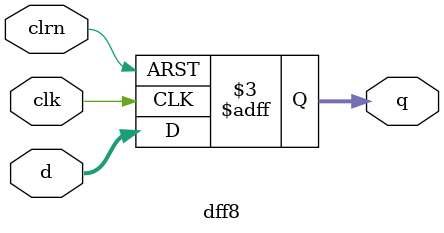
<source format=v>
module dff8(
    input  [7:0] d,
    input        clk,
    input        clrn,   // asynchronous active-low reset
    output reg [7:0] q
);
    always @(posedge clk or negedge clrn) begin
        if (!clrn)
            q <= 8'b0;
        else
            q <= d;
    end
endmodule

</source>
